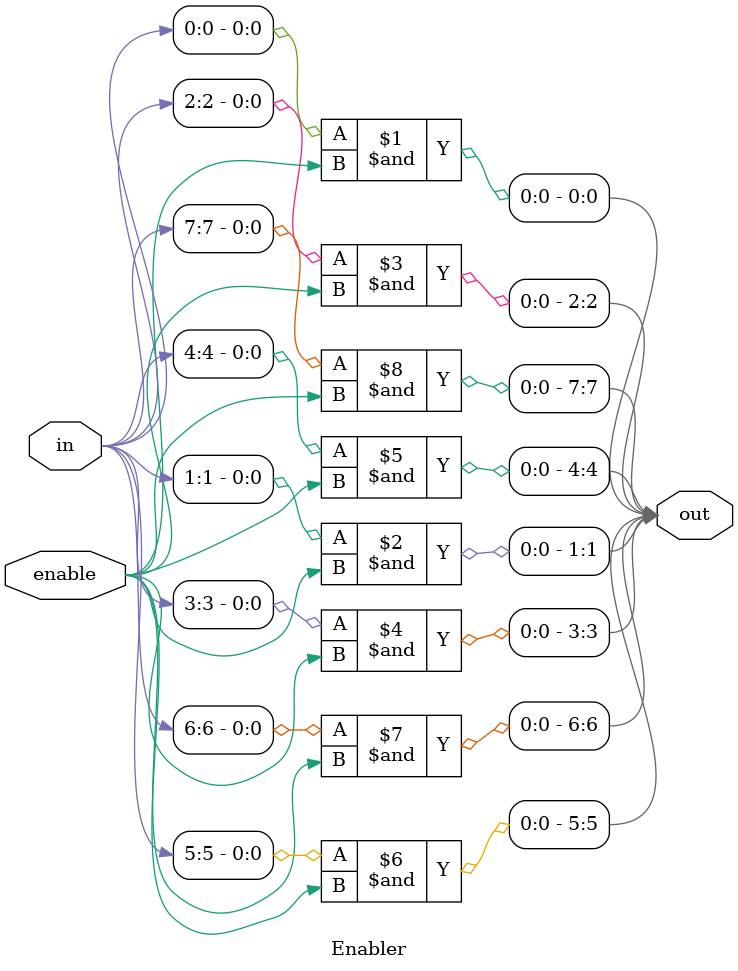
<source format=sv>
/*
Author: Ryan Pennell
*/
`ifndef _Enabler_sv_
`define _Enabler_sv_

module Enabler #(
  parameter WIDTH = 8,
  parameter BUFFER = 0
)(
  out,
  in,
  enable
);
  output wire [WIDTH-1:0] out;
  input wire [WIDTH-1:0] in;
  input wire enable;

  generate
  if (BUFFER)
  begin : buffer
    wire en_buf;
    buf(en_buf, enable);
  end
  endgenerate

  genvar i;
  generate
  for (i = 0; i < WIDTH; i = i + 1)
  begin : AndGates
    and A(out[i], in[i], ((BUFFER) ? buffer.en_buf : enable));
  end
  endgenerate
endmodule

`endif

</source>
